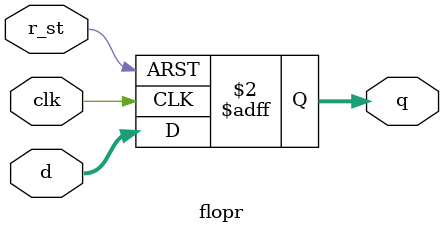
<source format=v>
module flopr #(parameter WIDTH = 8)
(	input clk, r_st,
	input [WIDTH-1:0] d,
	output reg [WIDTH-1:0] q
);

	always@(posedge clk, posedge r_st) begin
		if(r_st) q <= 0;
		else q <= d;
	end

endmodule

</source>
